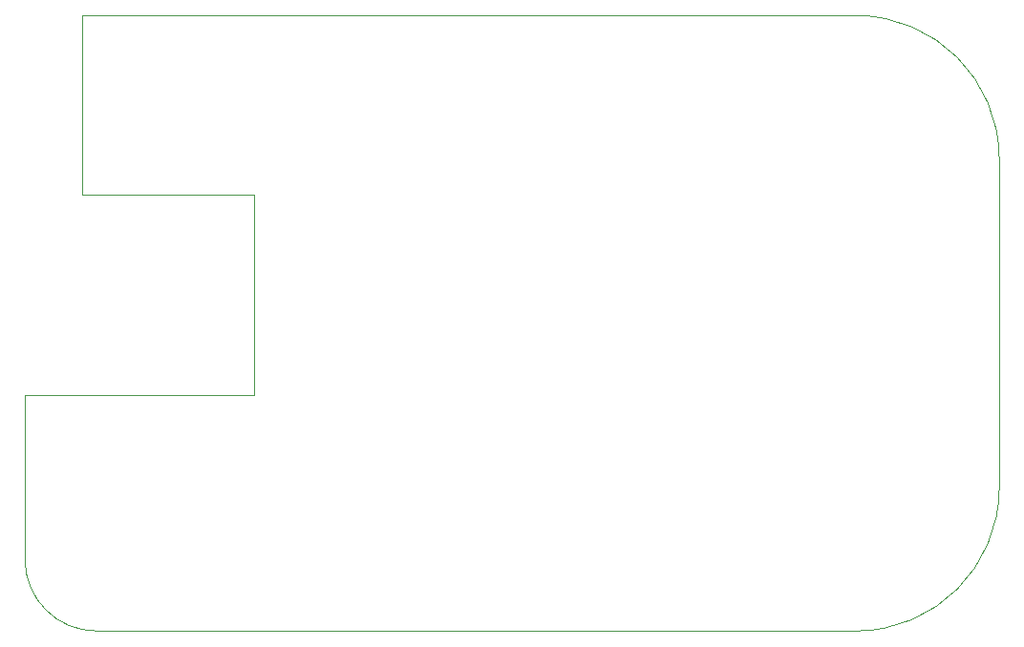
<source format=gbr>
%FSLAX46Y46*%
G04 Gerber Fmt 4.6, Leading zero omitted, Abs format (unit mm)*
G04 Created by KiCad (PCBNEW (2014-09-22 BZR 5144)-product) date Mon 27 Oct 2014 12:26:49 PM CET*
%MOMM*%
G01*
G04 APERTURE LIST*
%ADD10C,0.100000*%
G04 APERTURE END LIST*
D10*
X102235000Y-115570000D02*
G75*
G03X108585000Y-121920000I6350000J0D01*
G74*
G01*
X175895000Y-121920000D02*
G75*
G03X188595000Y-109220000I0J12700000D01*
G74*
G01*
X188595000Y-80010000D02*
G75*
G03X175895000Y-67310000I-12700000J0D01*
G74*
G01*
X175895000Y-67310000D02*
X107315000Y-67310000D01*
X188595000Y-109220000D02*
X188595000Y-80010000D01*
X108585000Y-121920000D02*
X175895000Y-121920000D01*
X102235000Y-115570000D02*
X102235000Y-100965000D01*
X122555000Y-100965000D02*
X102235000Y-100965000D01*
X122555000Y-83185000D02*
X122555000Y-100965000D01*
X107315000Y-83185000D02*
X122555000Y-83185000D01*
X107315000Y-67310000D02*
X107315000Y-83185000D01*
M02*

</source>
